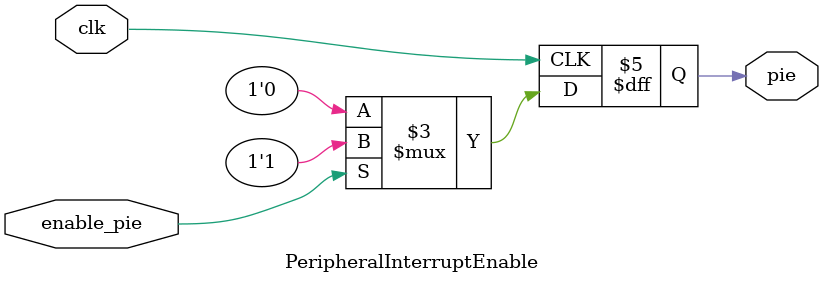
<source format=v>

module PeripheralInterruptEnable (
  input clk,           // Clock input
  input enable_pie,    // Enable signal for Peripheral Interrupt Enable
  output reg pie       // Peripheral Interrupt Enable
);

  always @(posedge clk) begin
    if (enable_pie) begin
      // Enable PIE when requested is set
      pie <= 1;
    end else begin
      // Disable PIE
      pie <= 0;
    end
  end

endmodule

</source>
